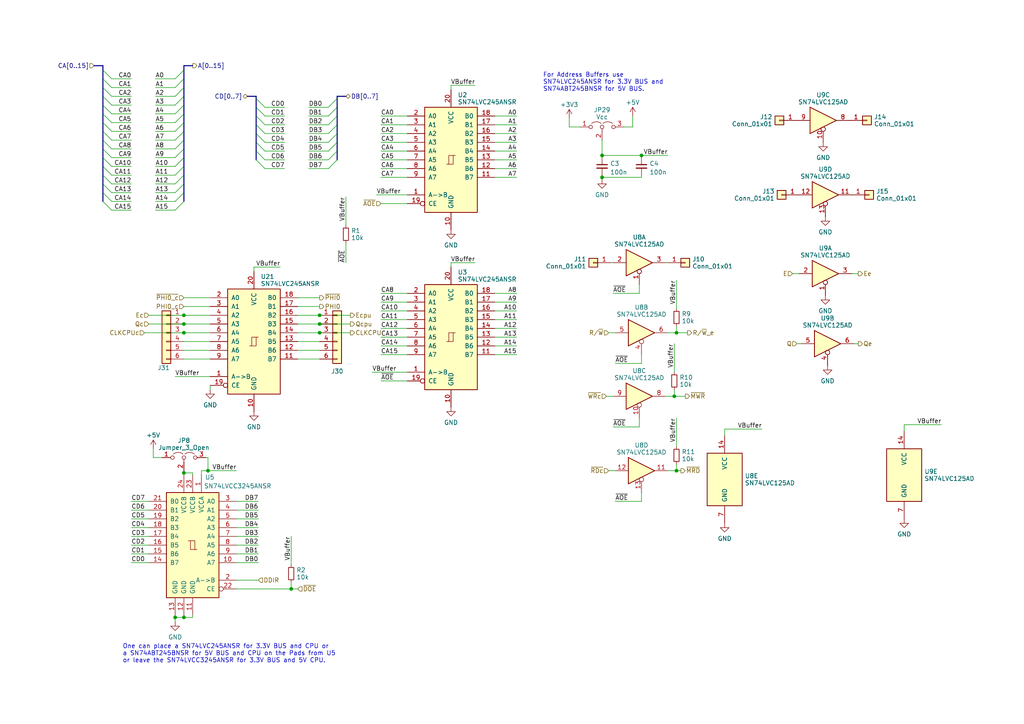
<source format=kicad_sch>
(kicad_sch (version 20231120) (generator "eeschema") (generator_version "8.0")
  (paper "A4")
  (title_block (date "2023-06-29") (rev "v1.0") (company "100% Offner") (comment 1 "v1: Initial"))
  (lib_symbols
    (symbol "74xx:74LS125" (pin_names (offset 1.016))
      (property "Reference" "U" (at 0 1.27 0))
      (property "Value" "74LS125" (at 0 -1.27 0))
      (symbol "74LS125_1_0"
        (polyline (pts (xy -3.81 3.81) (xy -3.81 -3.81) (xy 3.81 0) (xy -3.81 3.81)) (stroke (width 0.254)) (fill (type background)))
        (pin input inverted (at 0 -6.35 90) (length 4.445) (name "~") (number "1"))
        (pin input line (at -7.62 0 0) (length 3.81) (name "~") (number "2"))
        (pin tri_state line (at 7.62 0 180) (length 3.81) (name "~") (number "3"))
      )
      (symbol "74LS125_2_0"
        (polyline (pts (xy -3.81 3.81) (xy -3.81 -3.81) (xy 3.81 0) (xy -3.81 3.81)) (stroke (width 0.254)) (fill (type background)))
        (pin input inverted (at 0 -6.35 90) (length 4.445) (name "~") (number "4"))
        (pin input line (at -7.62 0 0) (length 3.81) (name "~") (number "5"))
        (pin tri_state line (at 7.62 0 180) (length 3.81) (name "~") (number "6"))
      )
      (symbol "74LS125_3_0"
        (polyline (pts (xy -3.81 3.81) (xy -3.81 -3.81) (xy 3.81 0) (xy -3.81 3.81)) (stroke (width 0.254)) (fill (type background)))
        (pin input inverted (at 0 -6.35 90) (length 4.445) (name "~") (number "10"))
        (pin tri_state line (at 7.62 0 180) (length 3.81) (name "~") (number "8"))
        (pin input line (at -7.62 0 0) (length 3.81) (name "~") (number "9"))
      )
      (symbol "74LS125_4_0"
        (polyline (pts (xy -3.81 3.81) (xy -3.81 -3.81) (xy 3.81 0) (xy -3.81 3.81)) (stroke (width 0.254)) (fill (type background)))
        (pin tri_state line (at 7.62 0 180) (length 3.81) (name "~") (number "11"))
        (pin input line (at -7.62 0 0) (length 3.81) (name "~") (number "12"))
        (pin input inverted (at 0 -6.35 90) (length 4.445) (name "~") (number "13"))
      )
      (symbol "74LS125_5_0"
        (pin power_in line (at 0 12.7 270) (length 5.08) (name "VCC") (number "14"))
        (pin power_in line (at 0 -12.7 90) (length 5.08) (name "GND") (number "7"))
      )
      (symbol "74LS125_5_1"
        (rectangle (start -5.08 7.62) (end 5.08 -7.62) (stroke (width 0.254)) (fill (type background)))
      )
    )
    (symbol "74xx:74LS245" (pin_names (offset 1.016))
      (property "Reference" "U" (at -7.62 16.51 0))
      (property "Value" "74LS245" (at -7.62 -16.51 0))
      (symbol "74LS245_1_0"
        (polyline (pts (xy -0.635 -1.27) (xy -0.635 1.27) (xy 0.635 1.27)))
        (polyline (pts (xy -1.27 -1.27) (xy 0.635 -1.27) (xy 0.635 1.27) (xy 1.27 1.27)))
        (pin input line (at -12.7 -10.16 0) (length 5.08) (name "A->B") (number "1"))
        (pin power_in line (at 0 -20.32 90) (length 5.08) (name "GND") (number "10"))
        (pin tri_state line (at 12.7 -5.08 180) (length 5.08) (name "B7") (number "11"))
        (pin tri_state line (at 12.7 -2.54 180) (length 5.08) (name "B6") (number "12"))
        (pin tri_state line (at 12.7 0 180) (length 5.08) (name "B5") (number "13"))
        (pin tri_state line (at 12.7 2.54 180) (length 5.08) (name "B4") (number "14"))
        (pin tri_state line (at 12.7 5.08 180) (length 5.08) (name "B3") (number "15"))
        (pin tri_state line (at 12.7 7.62 180) (length 5.08) (name "B2") (number "16"))
        (pin tri_state line (at 12.7 10.16 180) (length 5.08) (name "B1") (number "17"))
        (pin tri_state line (at 12.7 12.7 180) (length 5.08) (name "B0") (number "18"))
        (pin input inverted (at -12.7 -12.7 0) (length 5.08) (name "CE") (number "19"))
        (pin tri_state line (at -12.7 12.7 0) (length 5.08) (name "A0") (number "2"))
        (pin power_in line (at 0 20.32 270) (length 5.08) (name "VCC") (number "20"))
        (pin tri_state line (at -12.7 10.16 0) (length 5.08) (name "A1") (number "3"))
        (pin tri_state line (at -12.7 7.62 0) (length 5.08) (name "A2") (number "4"))
        (pin tri_state line (at -12.7 5.08 0) (length 5.08) (name "A3") (number "5"))
        (pin tri_state line (at -12.7 2.54 0) (length 5.08) (name "A4") (number "6"))
        (pin tri_state line (at -12.7 0 0) (length 5.08) (name "A5") (number "7"))
        (pin tri_state line (at -12.7 -2.54 0) (length 5.08) (name "A6") (number "8"))
        (pin tri_state line (at -12.7 -5.08 0) (length 5.08) (name "A7") (number "9"))
      )
      (symbol "74LS245_1_1"
        (rectangle (start -7.62 15.24) (end 7.62 -15.24) (stroke (width 0.254)) (fill (type background)))
      )
    )
    (symbol "Connector_Generic:Conn_01x01" (pin_names (offset 1.016) hide)
      (property "Reference" "J" (at 0 2.54 0))
      (property "Value" "Conn_01x01" (at 0 -2.54 0))
      (symbol "Conn_01x01_1_1"
        (rectangle (start -1.27 0.127) (end 0 -0.127) (stroke (width 0.1524)))
        (rectangle (start -1.27 1.27) (end 1.27 -1.27) (stroke (width 0.254)) (fill (type background)))
        (pin passive line (at -5.08 0 0) (length 3.81) (name "Pin_1") (number "1"))
      )
    )
    (symbol "Connector_Generic:Conn_01x06" (pin_names (offset 1.016) hide)
      (property "Reference" "J" (at 0 7.62 0))
      (property "Value" "Conn_01x06" (at 0 -10.16 0))
      (symbol "Conn_01x06_1_1"
        (rectangle (start -1.27 -7.493) (end 0 -7.747) (stroke (width 0.1524)))
        (rectangle (start -1.27 -4.953) (end 0 -5.207) (stroke (width 0.1524)))
        (rectangle (start -1.27 -2.413) (end 0 -2.667) (stroke (width 0.1524)))
        (rectangle (start -1.27 0.127) (end 0 -0.127) (stroke (width 0.1524)))
        (rectangle (start -1.27 2.667) (end 0 2.413) (stroke (width 0.1524)))
        (rectangle (start -1.27 5.207) (end 0 4.953) (stroke (width 0.1524)))
        (rectangle (start -1.27 6.35) (end 1.27 -8.89) (stroke (width 0.254)) (fill (type background)))
        (pin passive line (at -5.08 5.08 0) (length 3.81) (name "Pin_1") (number "1"))
        (pin passive line (at -5.08 2.54 0) (length 3.81) (name "Pin_2") (number "2"))
        (pin passive line (at -5.08 0 0) (length 3.81) (name "Pin_3") (number "3"))
        (pin passive line (at -5.08 -2.54 0) (length 3.81) (name "Pin_4") (number "4"))
        (pin passive line (at -5.08 -5.08 0) (length 3.81) (name "Pin_5") (number "5"))
        (pin passive line (at -5.08 -7.62 0) (length 3.81) (name "Pin_6") (number "6"))
      )
    )
    (symbol "Device:C_Small" (pin_numbers hide) (pin_names (offset 0.254) hide)
      (property "Reference" "C" (at 0.254 1.778 0))
      (property "Value" "C_Small" (at 0.254 -2.032 0))
      (symbol "C_Small_0_1"
        (polyline (pts (xy -1.524 -0.508) (xy 1.524 -0.508)) (stroke (width 0.3302)))
        (polyline (pts (xy -1.524 0.508) (xy 1.524 0.508)) (stroke (width 0.3048)))
      )
      (symbol "C_Small_1_1"
        (pin passive line (at 0 2.54 270) (length 2.032) (name "~") (number "1"))
        (pin passive line (at 0 -2.54 90) (length 2.032) (name "~") (number "2"))
      )
    )
    (symbol "Device:R_Small" (pin_numbers hide) (pin_names (offset 0.254) hide)
      (property "Reference" "R" (at 0.762 0.508 0))
      (property "Value" "R_Small" (at 0.762 -1.016 0))
      (symbol "R_Small_0_1"
        (rectangle (start -0.762 1.778) (end 0.762 -1.778) (stroke (width 0.2032)))
      )
      (symbol "R_Small_1_1"
        (pin passive line (at 0 2.54 270) (length 0.762) (name "~") (number "1"))
        (pin passive line (at 0 -2.54 90) (length 0.762) (name "~") (number "2"))
      )
    )
    (symbol "Jumper:Jumper_3_Open" (pin_names (offset 0) hide)
      (property "Reference" "JP" (at -2.54 -2.54 0))
      (property "Value" "Jumper_3_Open" (at 0 2.794 0))
      (symbol "Jumper_3_Open_0_0"
        (circle (center -3.302 0) (radius 0.508))
        (circle (center 0 0) (radius 0.508))
        (circle (center 3.302 0) (radius 0.508))
      )
      (symbol "Jumper_3_Open_0_1"
        (arc (start -0.254 1.016) (mid -1.651 1.4992) (end -3.048 1.016))
        (polyline (pts (xy 0 -0.508) (xy 0 -1.27)))
        (arc (start 3.048 1.016) (mid 1.651 1.4992) (end 0.254 1.016))
      )
      (symbol "Jumper_3_Open_1_1"
        (pin passive line (at -6.35 0 0) (length 2.54) (name "A") (number "1"))
        (pin passive line (at 0 -3.81 90) (length 2.54) (name "C") (number "2"))
        (pin passive line (at 6.35 0 180) (length 2.54) (name "B") (number "3"))
      )
    )
    (symbol "my_ics_new:74LVC4245" (pin_names (offset 1.016))
      (property "Reference" "U" (at -7.62 19.05 0))
      (property "Value" "74LVC4245" (at -10.16 16.51 0))
      (symbol "74LVC4245_1_0"
        (polyline (pts (xy -0.635 -1.27) (xy -0.635 1.27) (xy 0.635 1.27)))
        (polyline (pts (xy -1.27 -1.27) (xy 0.635 -1.27) (xy 0.635 1.27) (xy 1.27 1.27)))
        (pin power_in line (at -2.54 20.32 270) (length 5.08) (name "VCCA") (number "1"))
        (pin tri_state line (at -12.7 -5.08 0) (length 5.08) (name "A7") (number "10"))
        (pin power_in line (at 0 -20.32 90) (length 5.08) (name "GND") (number "11"))
        (pin power_in line (at 2.54 -20.32 90) (length 5.08) (name "GND") (number "12"))
        (pin power_in line (at 5.08 -20.32 90) (length 5.08) (name "GND") (number "13"))
        (pin tri_state line (at 12.7 -5.08 180) (length 5.08) (name "B7") (number "14"))
        (pin tri_state line (at 12.7 -2.54 180) (length 5.08) (name "B6") (number "15"))
        (pin tri_state line (at 12.7 0 180) (length 5.08) (name "B5") (number "16"))
        (pin tri_state line (at 12.7 2.54 180) (length 5.08) (name "B4") (number "17"))
        (pin tri_state line (at 12.7 5.08 180) (length 5.08) (name "B3") (number "18"))
        (pin tri_state line (at 12.7 7.62 180) (length 5.08) (name "B2") (number "19"))
        (pin input line (at -12.7 -10.16 0) (length 5.08) (name "A->B") (number "2"))
        (pin tri_state line (at 12.7 10.16 180) (length 5.08) (name "B1") (number "20"))
        (pin tri_state line (at 12.7 12.7 180) (length 5.08) (name "B0") (number "21"))
        (pin input inverted (at -12.7 -12.7 0) (length 5.08) (name "CE") (number "22"))
        (pin power_in line (at 0 20.32 270) (length 5.08) (name "VCCB") (number "23"))
        (pin power_in line (at 2.54 20.32 270) (length 5.08) (name "VCCB") (number "24"))
        (pin tri_state line (at -12.7 12.7 0) (length 5.08) (name "A0") (number "3"))
        (pin tri_state line (at -12.7 10.16 0) (length 5.08) (name "A1") (number "4"))
        (pin tri_state line (at -12.7 7.62 0) (length 5.08) (name "A2") (number "5"))
        (pin tri_state line (at -12.7 5.08 0) (length 5.08) (name "A3") (number "6"))
        (pin tri_state line (at -12.7 2.54 0) (length 5.08) (name "A4") (number "7"))
        (pin tri_state line (at -12.7 0 0) (length 5.08) (name "A5") (number "8"))
        (pin tri_state line (at -12.7 -2.54 0) (length 5.08) (name "A6") (number "9"))
      )
      (symbol "74LVC4245_1_1"
        (rectangle (start -7.62 15.24) (end 7.62 -15.24) (stroke (width 0.254)) (fill (type background)))
      )
    )
    (symbol "power:+3V3" (power) (pin_names (offset 0))
      (property "Value" "+3V3" (at 0 3.556 0))
      (symbol "+3V3_0_1"
        (polyline (pts (xy -0.762 1.27) (xy 0 2.54)))
        (polyline (pts (xy 0 0) (xy 0 2.54)))
        (polyline (pts (xy 0 2.54) (xy 0.762 1.27)))
      )
      (symbol "+3V3_1_1"
        (pin power_in line (at 0 0 90) (length 0) hide (name "+3V3") (number "1"))
      )
    )
    (symbol "power:+5V" (power) (pin_names (offset 0))
      (property "Value" "+5V" (at 0 3.556 0))
      (symbol "+5V_0_1"
        (polyline (pts (xy -0.762 1.27) (xy 0 2.54)))
        (polyline (pts (xy 0 0) (xy 0 2.54)))
        (polyline (pts (xy 0 2.54) (xy 0.762 1.27)))
      )
      (symbol "+5V_1_1"
        (pin power_in line (at 0 0 90) (length 0) hide (name "+5V") (number "1"))
      )
    )
    (symbol "power:GND" (power) (pin_names (offset 0))
      (property "Value" "GND" (at 0 -3.81 0))
      (symbol "GND_0_1"
        (polyline (pts (xy 0 0) (xy 0 -1.27) (xy 1.27 -1.27) (xy 0 -2.54) (xy -1.27 -1.27) (xy 0 -1.27)))
      )
      (symbol "GND_1_1"
        (pin power_in line (at 0 0 270) (length 0) hide (name "GND") (number "1"))
      )
    )
  )
  (junction (at 53.34 137.16))
  (junction (at 195.58 114.935))
  (junction (at 84.455 170.815))
  (junction (at 92.71 93.98))
  (junction (at 53.34 96.52))
  (junction (at 174.625 51.435))
  (junction (at 196.215 96.52))
  (junction (at 92.71 96.52))
  (junction (at 186.055 45.085))
  (junction (at 53.34 91.44))
  (junction (at 196.215 136.525))
  (junction (at 53.34 179.07))
  (junction (at 60.325 136.525))
  (junction (at 50.8 179.07))
  (junction (at 53.34 93.98))
  (junction (at 92.71 91.44))
  (junction (at 174.625 45.085))
  (bus_entry (at 53.34 22.86) (size -2.54 2.54))
  (bus_entry (at 53.34 53.34) (size -2.54 2.54))
  (bus_entry (at 53.34 25.4) (size -2.54 2.54))
  (bus_entry (at 53.34 43.18) (size -2.54 2.54))
  (bus_entry (at 29.845 53.34) (size 2.54 2.54))
  (bus_entry (at 29.845 22.86) (size 2.54 2.54))
  (bus_entry (at 29.845 45.72) (size 2.54 2.54))
  (bus_entry (at 29.845 27.94) (size 2.54 2.54))
  (bus_entry (at 74.295 41.275) (size 2.54 2.54))
  (bus_entry (at 29.845 30.48) (size 2.54 2.54))
  (bus_entry (at 29.845 58.42) (size 2.54 2.54))
  (bus_entry (at 74.295 36.195) (size 2.54 2.54))
  (bus_entry (at 74.295 38.735) (size 2.54 2.54))
  (bus_entry (at 29.845 55.88) (size 2.54 2.54))
  (bus_entry (at 74.295 43.815) (size 2.54 2.54))
  (bus_entry (at 53.34 40.64) (size -2.54 2.54))
  (bus_entry (at 53.34 55.88) (size -2.54 2.54))
  (bus_entry (at 97.79 28.575) (size -2.54 2.54))
  (bus_entry (at 74.295 28.575) (size 2.54 2.54))
  (bus_entry (at 29.845 50.8) (size 2.54 2.54))
  (bus_entry (at 53.34 30.48) (size -2.54 2.54))
  (bus_entry (at 29.845 48.26) (size 2.54 2.54))
  (bus_entry (at 53.34 38.1) (size -2.54 2.54))
  (bus_entry (at 53.34 45.72) (size -2.54 2.54))
  (bus_entry (at 53.34 33.02) (size -2.54 2.54))
  (bus_entry (at 53.34 58.42) (size -2.54 2.54))
  (bus_entry (at 53.34 35.56) (size -2.54 2.54))
  (bus_entry (at 53.34 20.32) (size -2.54 2.54))
  (bus_entry (at 74.295 46.355) (size 2.54 2.54))
  (bus_entry (at 74.295 31.115) (size 2.54 2.54))
  (bus_entry (at 74.295 33.655) (size 2.54 2.54))
  (bus_entry (at 97.79 31.115) (size -2.54 2.54))
  (bus_entry (at 53.34 50.8) (size -2.54 2.54))
  (bus_entry (at 29.845 38.1) (size 2.54 2.54))
  (bus_entry (at 29.845 43.18) (size 2.54 2.54))
  (bus_entry (at 29.845 25.4) (size 2.54 2.54))
  (bus_entry (at 53.34 27.94) (size -2.54 2.54))
  (bus_entry (at 97.79 36.195) (size -2.54 2.54))
  (bus_entry (at 53.34 48.26) (size -2.54 2.54))
  (bus_entry (at 97.79 43.815) (size -2.54 2.54))
  (bus_entry (at 29.845 35.56) (size 2.54 2.54))
  (bus_entry (at 97.79 46.355) (size -2.54 2.54))
  (bus_entry (at 29.845 20.32) (size 2.54 2.54))
  (bus_entry (at 97.79 41.275) (size -2.54 2.54))
  (bus_entry (at 29.845 40.64) (size 2.54 2.54))
  (bus_entry (at 97.79 33.655) (size -2.54 2.54))
  (bus_entry (at 29.845 33.02) (size 2.54 2.54))
  (bus_entry (at 97.79 38.735) (size -2.54 2.54))
  (wire (pts (xy 89.535 36.195) (xy 95.25 36.195)))
  (wire (pts (xy 143.51 95.25) (xy 149.86 95.25)))
  (wire (pts (xy 110.49 41.275) (xy 118.11 41.275)))
  (bus (pts (xy 29.845 50.8) (xy 29.845 48.26)))
  (bus (pts (xy 97.79 43.815) (xy 97.79 41.275)))
  (wire (pts (xy 74.93 147.955) (xy 68.58 147.955)))
  (bus (pts (xy 29.845 48.26) (xy 29.845 45.72)))
  (wire (pts (xy 110.49 90.17) (xy 118.11 90.17)))
  (wire (pts (xy 86.36 96.52) (xy 92.71 96.52)))
  (bus (pts (xy 97.79 41.275) (xy 97.79 38.735)))
  (wire (pts (xy 89.535 48.895) (xy 95.25 48.895)))
  (wire (pts (xy 89.535 31.115) (xy 95.25 31.115)))
  (wire (pts (xy 50.8 109.22) (xy 60.96 109.22)))
  (wire (pts (xy 60.325 136.525) (xy 58.42 136.525)))
  (bus (pts (xy 53.34 33.02) (xy 53.34 30.48)))
  (wire (pts (xy 45.085 30.48) (xy 50.8 30.48)))
  (bus (pts (xy 53.34 38.1) (xy 53.34 35.56)))
  (wire (pts (xy 89.535 38.735) (xy 95.25 38.735)))
  (wire (pts (xy 143.51 43.815) (xy 149.86 43.815)))
  (bus (pts (xy 29.845 38.1) (xy 29.845 35.56)))
  (wire (pts (xy 110.49 48.895) (xy 118.11 48.895)))
  (wire (pts (xy 195.58 113.03) (xy 195.58 114.935)))
  (wire (pts (xy 38.1 38.1) (xy 32.385 38.1)))
  (bus (pts (xy 53.34 30.48) (xy 53.34 27.94)))
  (wire (pts (xy 68.58 136.525) (xy 60.325 136.525)))
  (wire (pts (xy 89.535 33.655) (xy 95.25 33.655)))
  (wire (pts (xy 110.49 43.815) (xy 118.11 43.815)))
  (wire (pts (xy 100.33 57.15) (xy 100.33 65.405)))
  (wire (pts (xy 45.085 27.94) (xy 50.8 27.94)))
  (wire (pts (xy 185.42 85.09) (xy 185.42 82.55)))
  (wire (pts (xy 178.435 145.415) (xy 186.055 145.415)))
  (wire (pts (xy 110.49 110.49) (xy 118.11 110.49)))
  (wire (pts (xy 43.18 153.035) (xy 38.1 153.035)))
  (wire (pts (xy 82.55 41.275) (xy 76.835 41.275)))
  (wire (pts (xy 38.1 50.8) (xy 32.385 50.8)))
  (bus (pts (xy 53.34 45.72) (xy 53.34 43.18)))
  (wire (pts (xy 86.36 91.44) (xy 92.71 91.44)))
  (wire (pts (xy 92.71 93.98) (xy 101.6 93.98)))
  (wire (pts (xy 43.18 147.955) (xy 38.1 147.955)))
  (wire (pts (xy 143.51 48.895) (xy 149.86 48.895)))
  (wire (pts (xy 53.34 179.07) (xy 55.88 179.07)))
  (bus (pts (xy 74.295 38.735) (xy 74.295 36.195)))
  (wire (pts (xy 82.55 48.895) (xy 76.835 48.895)))
  (wire (pts (xy 53.34 93.98) (xy 60.96 93.98)))
  (wire (pts (xy 186.055 45.085) (xy 193.675 45.085)))
  (wire (pts (xy 53.34 86.36) (xy 60.96 86.36)))
  (wire (pts (xy 38.1 30.48) (xy 32.385 30.48)))
  (wire (pts (xy 38.1 55.88) (xy 32.385 55.88)))
  (wire (pts (xy 82.55 38.735) (xy 76.835 38.735)))
  (wire (pts (xy 60.325 132.715) (xy 60.325 136.525)))
  (wire (pts (xy 174.625 52.07) (xy 174.625 51.435)))
  (wire (pts (xy 43.18 145.415) (xy 38.1 145.415)))
  (wire (pts (xy 45.085 53.34) (xy 50.8 53.34)))
  (bus (pts (xy 53.34 22.86) (xy 53.34 20.32)))
  (wire (pts (xy 86.36 170.815) (xy 84.455 170.815)))
  (bus (pts (xy 53.34 25.4) (xy 53.34 22.86)))
  (wire (pts (xy 73.66 77.47) (xy 81.28 77.47)))
  (wire (pts (xy 110.49 33.655) (xy 118.11 33.655)))
  (bus (pts (xy 53.34 27.94) (xy 53.34 25.4)))
  (wire (pts (xy 168.275 36.83) (xy 165.1 36.83)))
  (wire (pts (xy 86.36 99.06) (xy 92.71 99.06)))
  (wire (pts (xy 45.085 60.96) (xy 50.8 60.96)))
  (wire (pts (xy 41.91 96.52) (xy 53.34 96.52)))
  (wire (pts (xy 74.93 155.575) (xy 68.58 155.575)))
  (bus (pts (xy 29.845 35.56) (xy 29.845 33.02)))
  (wire (pts (xy 38.1 35.56) (xy 32.385 35.56)))
  (wire (pts (xy 45.085 25.4) (xy 50.8 25.4)))
  (bus (pts (xy 29.845 19.05) (xy 27.305 19.05)))
  (bus (pts (xy 53.34 20.32) (xy 53.34 19.05)))
  (wire (pts (xy 89.535 46.355) (xy 95.25 46.355)))
  (bus (pts (xy 74.295 27.94) (xy 71.755 27.94)))
  (wire (pts (xy 109.22 56.515) (xy 118.11 56.515)))
  (bus (pts (xy 97.79 27.94) (xy 100.33 27.94)))
  (wire (pts (xy 110.49 51.435) (xy 118.11 51.435)))
  (bus (pts (xy 97.79 36.195) (xy 97.79 33.655)))
  (bus (pts (xy 29.845 30.48) (xy 29.845 27.94)))
  (wire (pts (xy 177.8 123.825) (xy 185.42 123.825)))
  (wire (pts (xy 110.49 100.33) (xy 118.11 100.33)))
  (wire (pts (xy 45.085 22.86) (xy 50.8 22.86)))
  (bus (pts (xy 29.845 40.64) (xy 29.845 38.1)))
  (wire (pts (xy 143.51 87.63) (xy 149.86 87.63)))
  (wire (pts (xy 110.49 36.195) (xy 118.11 36.195)))
  (wire (pts (xy 193.675 136.525) (xy 196.215 136.525)))
  (wire (pts (xy 247.015 79.375) (xy 248.92 79.375)))
  (wire (pts (xy 53.34 101.6) (xy 60.96 101.6)))
  (wire (pts (xy 38.1 60.96) (xy 32.385 60.96)))
  (wire (pts (xy 110.49 92.71) (xy 118.11 92.71)))
  (wire (pts (xy 45.085 35.56) (xy 50.8 35.56)))
  (wire (pts (xy 100.33 70.485) (xy 100.33 76.2)))
  (wire (pts (xy 38.1 33.02) (xy 32.385 33.02)))
  (wire (pts (xy 74.93 163.195) (xy 68.58 163.195)))
  (wire (pts (xy 196.215 94.615) (xy 196.215 96.52)))
  (wire (pts (xy 43.18 158.115) (xy 38.1 158.115)))
  (bus (pts (xy 53.34 50.8) (xy 53.34 48.26)))
  (wire (pts (xy 58.42 136.525) (xy 58.42 137.795)))
  (wire (pts (xy 92.71 91.44) (xy 101.6 91.44)))
  (wire (pts (xy 143.51 38.735) (xy 149.86 38.735)))
  (wire (pts (xy 38.1 48.26) (xy 32.385 48.26)))
  (wire (pts (xy 45.085 58.42) (xy 50.8 58.42)))
  (wire (pts (xy 143.51 51.435) (xy 149.86 51.435)))
  (bus (pts (xy 29.845 43.18) (xy 29.845 40.64)))
  (bus (pts (xy 29.845 53.34) (xy 29.845 50.8)))
  (bus (pts (xy 29.845 58.42) (xy 29.845 55.88)))
  (wire (pts (xy 174.625 40.64) (xy 174.625 45.085)))
  (wire (pts (xy 174.625 51.435) (xy 174.625 50.8)))
  (wire (pts (xy 143.51 46.355) (xy 149.86 46.355)))
  (wire (pts (xy 45.085 50.8) (xy 50.8 50.8)))
  (wire (pts (xy 59.69 132.715) (xy 60.325 132.715)))
  (wire (pts (xy 229.87 79.375) (xy 231.775 79.375)))
  (wire (pts (xy 38.1 22.86) (xy 32.385 22.86)))
  (wire (pts (xy 110.49 46.355) (xy 118.11 46.355)))
  (wire (pts (xy 196.215 134.62) (xy 196.215 136.525)))
  (bus (pts (xy 97.79 33.655) (xy 97.79 31.115)))
  (bus (pts (xy 29.845 25.4) (xy 29.845 22.86)))
  (wire (pts (xy 86.36 93.98) (xy 92.71 93.98)))
  (wire (pts (xy 143.51 90.17) (xy 149.86 90.17)))
  (wire (pts (xy 177.165 76.2) (xy 177.8 76.2)))
  (bus (pts (xy 97.79 28.575) (xy 97.79 27.94)))
  (wire (pts (xy 53.34 99.06) (xy 60.96 99.06)))
  (wire (pts (xy 43.18 163.195) (xy 38.1 163.195)))
  (bus (pts (xy 97.79 38.735) (xy 97.79 36.195)))
  (wire (pts (xy 174.625 45.085) (xy 174.625 45.72)))
  (wire (pts (xy 84.455 168.91) (xy 84.455 170.815)))
  (bus (pts (xy 29.845 22.86) (xy 29.845 20.32)))
  (wire (pts (xy 53.34 88.9) (xy 60.96 88.9)))
  (wire (pts (xy 186.055 45.085) (xy 186.055 45.72)))
  (bus (pts (xy 29.845 33.02) (xy 29.845 30.48)))
  (wire (pts (xy 143.51 41.275) (xy 149.86 41.275)))
  (bus (pts (xy 29.845 55.88) (xy 29.845 53.34)))
  (bus (pts (xy 29.845 20.32) (xy 29.845 19.05)))
  (bus (pts (xy 53.34 35.56) (xy 53.34 33.02)))
  (wire (pts (xy 50.8 180.34) (xy 50.8 179.07)))
  (wire (pts (xy 210.185 126.365) (xy 210.185 124.46)))
  (bus (pts (xy 74.295 33.655) (xy 74.295 31.115)))
  (wire (pts (xy 92.71 96.52) (xy 101.6 96.52)))
  (wire (pts (xy 130.81 76.2) (xy 137.795 76.2)))
  (wire (pts (xy 174.625 45.085) (xy 186.055 45.085)))
  (wire (pts (xy 178.435 105.41) (xy 186.055 105.41)))
  (wire (pts (xy 86.36 86.36) (xy 92.71 86.36)))
  (wire (pts (xy 231.14 99.695) (xy 232.41 99.695)))
  (wire (pts (xy 186.055 51.435) (xy 186.055 50.8)))
  (wire (pts (xy 82.55 46.355) (xy 76.835 46.355)))
  (wire (pts (xy 38.1 25.4) (xy 32.385 25.4)))
  (wire (pts (xy 248.92 99.695) (xy 247.65 99.695)))
  (wire (pts (xy 82.55 43.815) (xy 76.835 43.815)))
  (wire (pts (xy 196.215 81.28) (xy 196.215 89.535)))
  (wire (pts (xy 82.55 36.195) (xy 76.835 36.195)))
  (wire (pts (xy 43.18 93.98) (xy 53.34 93.98)))
  (wire (pts (xy 262.255 125.095) (xy 262.255 123.19)))
  (wire (pts (xy 38.1 45.72) (xy 32.385 45.72)))
  (bus (pts (xy 53.34 19.05) (xy 55.88 19.05)))
  (wire (pts (xy 68.58 170.815) (xy 84.455 170.815)))
  (bus (pts (xy 74.295 31.115) (xy 74.295 28.575)))
  (wire (pts (xy 45.085 40.64) (xy 50.8 40.64)))
  (wire (pts (xy 143.51 102.87) (xy 149.86 102.87)))
  (wire (pts (xy 45.085 48.26) (xy 50.8 48.26)))
  (wire (pts (xy 107.95 107.95) (xy 118.11 107.95)))
  (wire (pts (xy 38.1 58.42) (xy 32.385 58.42)))
  (bus (pts (xy 53.34 58.42) (xy 53.34 55.88)))
  (bus (pts (xy 74.295 28.575) (xy 74.295 27.94)))
  (wire (pts (xy 45.085 55.88) (xy 50.8 55.88)))
  (wire (pts (xy 82.55 33.655) (xy 76.835 33.655)))
  (bus (pts (xy 74.295 41.275) (xy 74.295 38.735)))
  (wire (pts (xy 183.515 36.83) (xy 180.975 36.83)))
  (wire (pts (xy 84.455 155.575) (xy 84.455 163.83)))
  (wire (pts (xy 60.96 113.03) (xy 60.96 111.76)))
  (bus (pts (xy 97.79 46.355) (xy 97.79 43.815)))
  (wire (pts (xy 53.34 137.16) (xy 53.34 137.795)))
  (wire (pts (xy 176.53 136.525) (xy 178.435 136.525)))
  (wire (pts (xy 53.34 179.07) (xy 53.34 178.435)))
  (wire (pts (xy 53.34 137.16) (xy 55.88 137.16)))
  (wire (pts (xy 185.42 123.825) (xy 185.42 121.285)))
  (wire (pts (xy 89.535 43.815) (xy 95.25 43.815)))
  (bus (pts (xy 53.34 43.18) (xy 53.34 40.64)))
  (wire (pts (xy 89.535 41.275) (xy 95.25 41.275)))
  (bus (pts (xy 53.34 55.88) (xy 53.34 53.34)))
  (wire (pts (xy 74.93 168.275) (xy 68.58 168.275)))
  (bus (pts (xy 29.845 45.72) (xy 29.845 43.18)))
  (wire (pts (xy 38.1 53.34) (xy 32.385 53.34)))
  (wire (pts (xy 43.18 91.44) (xy 53.34 91.44)))
  (wire (pts (xy 38.1 43.18) (xy 32.385 43.18)))
  (wire (pts (xy 53.34 91.44) (xy 60.96 91.44)))
  (bus (pts (xy 74.295 36.195) (xy 74.295 33.655)))
  (wire (pts (xy 110.49 87.63) (xy 118.11 87.63)))
  (bus (pts (xy 29.845 27.94) (xy 29.845 25.4)))
  (wire (pts (xy 186.055 105.41) (xy 186.055 102.87)))
  (wire (pts (xy 44.45 130.175) (xy 44.45 132.715)))
  (wire (pts (xy 50.8 179.07) (xy 53.34 179.07)))
  (wire (pts (xy 74.93 150.495) (xy 68.58 150.495)))
  (wire (pts (xy 143.51 100.33) (xy 149.86 100.33)))
  (wire (pts (xy 196.215 96.52) (xy 199.39 96.52)))
  (wire (pts (xy 143.51 92.71) (xy 149.86 92.71)))
  (wire (pts (xy 45.085 38.1) (xy 50.8 38.1)))
  (wire (pts (xy 50.8 179.07) (xy 50.8 178.435)))
  (wire (pts (xy 74.93 160.655) (xy 68.58 160.655)))
  (wire (pts (xy 73.66 77.47) (xy 73.66 78.74)))
  (wire (pts (xy 130.81 24.765) (xy 130.81 26.035)))
  (wire (pts (xy 130.81 76.2) (xy 130.81 77.47)))
  (wire (pts (xy 195.58 99.695) (xy 195.58 107.95)))
  (wire (pts (xy 143.51 36.195) (xy 149.86 36.195)))
  (wire (pts (xy 196.215 121.285) (xy 196.215 129.54)))
  (bus (pts (xy 53.34 53.34) (xy 53.34 50.8)))
  (wire (pts (xy 193.04 114.935) (xy 195.58 114.935)))
  (wire (pts (xy 174.625 51.435) (xy 186.055 51.435)))
  (wire (pts (xy 193.675 96.52) (xy 196.215 96.52)))
  (wire (pts (xy 110.49 85.09) (xy 118.11 85.09)))
  (bus (pts (xy 53.34 40.64) (xy 53.34 38.1)))
  (wire (pts (xy 177.8 85.09) (xy 185.42 85.09)))
  (wire (pts (xy 110.49 102.87) (xy 118.11 102.87)))
  (wire (pts (xy 110.49 97.79) (xy 118.11 97.79)))
  (wire (pts (xy 110.49 59.055) (xy 118.11 59.055)))
  (wire (pts (xy 186.055 145.415) (xy 186.055 142.875)))
  (bus (pts (xy 74.295 46.355) (xy 74.295 43.815)))
  (wire (pts (xy 176.53 96.52) (xy 178.435 96.52)))
  (wire (pts (xy 86.36 101.6) (xy 92.71 101.6)))
  (wire (pts (xy 43.18 160.655) (xy 38.1 160.655)))
  (wire (pts (xy 74.93 158.115) (xy 68.58 158.115)))
  (wire (pts (xy 210.185 124.46) (xy 220.98 124.46)))
  (wire (pts (xy 53.34 136.525) (xy 53.34 137.16)))
  (wire (pts (xy 130.81 24.765) (xy 137.795 24.765)))
  (wire (pts (xy 43.18 150.495) (xy 38.1 150.495)))
  (wire (pts (xy 86.36 104.14) (xy 92.71 104.14)))
  (wire (pts (xy 193.04 76.2) (xy 193.675 76.2)))
  (wire (pts (xy 143.51 33.655) (xy 149.86 33.655)))
  (wire (pts (xy 86.36 88.9) (xy 92.71 88.9)))
  (wire (pts (xy 53.34 96.52) (xy 60.96 96.52)))
  (wire (pts (xy 262.255 123.19) (xy 273.05 123.19)))
  (wire (pts (xy 110.49 95.25) (xy 118.11 95.25)))
  (wire (pts (xy 143.51 97.79) (xy 149.86 97.79)))
  (wire (pts (xy 38.1 27.94) (xy 32.385 27.94)))
  (wire (pts (xy 45.085 45.72) (xy 50.8 45.72)))
  (wire (pts (xy 183.515 33.655) (xy 183.515 36.83)))
  (bus (pts (xy 74.295 43.815) (xy 74.295 41.275)))
  (wire (pts (xy 43.18 155.575) (xy 38.1 155.575)))
  (wire (pts (xy 195.58 114.935) (xy 198.755 114.935)))
  (wire (pts (xy 45.085 43.18) (xy 50.8 43.18)))
  (wire (pts (xy 143.51 85.09) (xy 149.86 85.09)))
  (wire (pts (xy 55.88 179.07) (xy 55.88 178.435)))
  (wire (pts (xy 55.88 137.16) (xy 55.88 137.795)))
  (wire (pts (xy 53.34 104.14) (xy 60.96 104.14)))
  (wire (pts (xy 82.55 31.115) (xy 76.835 31.115)))
  (wire (pts (xy 196.215 136.525) (xy 197.485 136.525)))
  (wire (pts (xy 74.93 145.415) (xy 68.58 145.415)))
  (wire (pts (xy 165.1 34.29) (xy 165.1 36.83)))
  (bus (pts (xy 97.79 31.115) (xy 97.79 28.575)))
  (wire (pts (xy 74.93 153.035) (xy 68.58 153.035)))
  (wire (pts (xy 38.1 40.64) (xy 32.385 40.64)))
  (bus (pts (xy 53.34 48.26) (xy 53.34 45.72)))
  (wire (pts (xy 44.45 132.715) (xy 46.99 132.715)))
  (wire (pts (xy 45.085 33.02) (xy 50.8 33.02)))
  (wire (pts (xy 175.895 114.935) (xy 177.8 114.935)))
  (wire (pts (xy 110.49 38.735) (xy 118.11 38.735)))
  (text "One can place a SN74LVC245ANSR for 3.3V BUS and CPU or\na SN74ABT245BNSR for 5V BUS and CPU on the Pads from U5\nor leave the SN74LVCC3245ANSR for 3.3V BUS and 5V CPU.\n" (at 35.56 192.405 0) (effects (font (size 1.27 1.27)) (justify left bottom)))
  (text "For Address Buffers use \nSN74LVC245ANSR for 3.3V BUS and\nSN74ABT245BNSR for 5V BUS." (at 157.48 26.67 0) (effects (font (size 1.27 1.27)) (justify left bottom)))
  (label "CA9" (at 110.49 87.63 0))
  (label "CA8" (at 38.1 43.18 180))
  (label "A5" (at 45.085 35.56 0))
  (label "DB7" (at 74.93 145.415 180))
  (label "CD2" (at 82.55 36.195 180))
  (label "VBuffer" (at 137.795 76.2 180))
  (label "DB2" (at 89.535 36.195 0))
  (label "A14" (at 45.085 58.42 0))
  (label "A11" (at 45.085 50.8 0))
  (label "CD3" (at 82.55 38.735 180))
  (label "CD2" (at 38.1 158.115 0))
  (label "CD6" (at 82.55 46.355 180))
  (label "DB5" (at 74.93 150.495 180))
  (label "A14" (at 149.86 100.33 180))
  (label "A2" (at 45.085 27.94 0))
  (label "A7" (at 45.085 40.64 0))
  (label "A15" (at 45.085 60.96 0))
  (label "CA5" (at 110.49 46.355 0))
  (label "DB3" (at 89.535 38.735 0))
  (label "CA3" (at 110.49 41.275 0))
  (label "A13" (at 149.86 97.79 180))
  (label "DB5" (at 89.535 43.815 0))
  (label "VBuffer" (at 109.22 56.515 0))
  (label "DB6" (at 74.93 147.955 180))
  (label "DB4" (at 74.93 153.035 180))
  (label "A1" (at 45.085 25.4 0))
  (label "CD6" (at 38.1 147.955 0))
  (label "A8" (at 45.085 43.18 0))
  (label "A8" (at 149.86 85.09 180))
  (label "~{AOE}" (at 178.435 145.415 0))
  (label "CA2" (at 38.1 27.94 180))
  (label "~{AOE}" (at 177.8 85.09 0))
  (label "CD0" (at 82.55 31.115 180))
  (label "~{AOE}" (at 178.435 105.41 0))
  (label "VBuffer" (at 81.28 77.47 180))
  (label "CA1" (at 38.1 25.4 180))
  (label "A9" (at 149.86 87.63 180))
  (label "A5" (at 149.86 46.355 180))
  (label "DB1" (at 74.93 160.655 180))
  (label "CA8" (at 110.49 85.09 0))
  (label "~{AOE}" (at 177.8 123.825 0))
  (label "DB1" (at 89.535 33.655 0))
  (label "CA1" (at 110.49 36.195 0))
  (label "CD5" (at 38.1 150.495 0))
  (label "DB3" (at 74.93 155.575 180))
  (label "CD7" (at 82.55 48.895 180))
  (label "A4" (at 45.085 33.02 0))
  (label "DB0" (at 89.535 31.115 0))
  (label "DB6" (at 89.535 46.355 0))
  (label "CA6" (at 110.49 48.895 0))
  (label "CA7" (at 110.49 51.435 0))
  (label "A7" (at 149.86 51.435 180))
  (label "CA14" (at 38.1 58.42 180))
  (label "CD4" (at 82.55 41.275 180))
  (label "A6" (at 149.86 48.895 180))
  (label "A6" (at 45.085 38.1 0))
  (label "CA10" (at 110.49 90.17 0))
  (label "CA5" (at 38.1 35.56 180))
  (label "CA9" (at 38.1 45.72 180))
  (label "A9" (at 45.085 45.72 0))
  (label "CD1" (at 82.55 33.655 180))
  (label "CA10" (at 38.1 48.26 180))
  (label "A1" (at 149.86 36.195 180))
  (label "VBuffer" (at 273.05 123.19 180))
  (label "A12" (at 45.085 53.34 0))
  (label "~{AOE}" (at 110.49 110.49 0))
  (label "A10" (at 149.86 90.17 180))
  (label "CD0" (at 38.1 163.195 0))
  (label "CA4" (at 38.1 33.02 180))
  (label "CA12" (at 38.1 53.34 180))
  (label "DB7" (at 89.535 48.895 0))
  (label "A12" (at 149.86 95.25 180))
  (label "CD3" (at 38.1 155.575 0))
  (label "VBuffer" (at 107.95 107.95 0))
  (label "A4" (at 149.86 43.815 180))
  (label "CA12" (at 110.49 95.25 0))
  (label "CA11" (at 110.49 92.71 0))
  (label "VBuffer" (at 193.675 45.085 180))
  (label "CA2" (at 110.49 38.735 0))
  (label "A3" (at 45.085 30.48 0))
  (label "A2" (at 149.86 38.735 180))
  (label "VBuffer" (at 220.98 124.46 180))
  (label "CA3" (at 38.1 30.48 180))
  (label "A10" (at 45.085 48.26 0))
  (label "CA6" (at 38.1 38.1 180))
  (label "VBuffer" (at 196.215 81.28 270))
  (label "VBuffer" (at 195.58 99.695 270))
  (label "VBuffer" (at 68.58 136.525 180))
  (label "A15" (at 149.86 102.87 180))
  (label "CA0" (at 38.1 22.86 180))
  (label "VBuffer" (at 50.8 109.22 0))
  (label "DB4" (at 89.535 41.275 0))
  (label "CA14" (at 110.49 100.33 0))
  (label "CD7" (at 38.1 145.415 0))
  (label "VBuffer" (at 100.33 57.15 270))
  (label "A3" (at 149.86 41.275 180))
  (label "A13" (at 45.085 55.88 0))
  (label "CD1" (at 38.1 160.655 0))
  (label "A0" (at 45.085 22.86 0))
  (label "CA15" (at 110.49 102.87 0))
  (label "A11" (at 149.86 92.71 180))
  (label "A0" (at 149.86 33.655 180))
  (label "VBuffer" (at 196.215 121.285 270))
  (label "VBuffer" (at 84.455 155.575 270))
  (label "CA4" (at 110.49 43.815 0))
  (label "CD4" (at 38.1 153.035 0))
  (label "VBuffer" (at 137.795 24.765 180))
  (label "CD5" (at 82.55 43.815 180))
  (label "CA13" (at 38.1 55.88 180))
  (label "DB0" (at 74.93 163.195 180))
  (label "CA11" (at 38.1 50.8 180))
  (label "CA7" (at 38.1 40.64 180))
  (label "CA0" (at 110.49 33.655 0))
  (label "~{AOE}" (at 100.33 76.2 90))
  (label "CA15" (at 38.1 60.96 180))
  (label "DB2" (at 74.93 158.115 180))
  (label "CA13" (at 110.49 97.79 0))
  (hierarchical_label "R{slash}~{W}_e" (shape output) (at 199.39 96.52 0))
  (hierarchical_label "Qcpu" (shape output) (at 101.6 93.98 0))
  (hierarchical_label "CD[0..7]" (shape bidirectional) (at 71.755 27.94 180))
  (hierarchical_label "DDIR" (shape input) (at 74.93 168.275 0))
  (hierarchical_label "~{MWR}" (shape output) (at 198.755 114.935 0))
  (hierarchical_label "CLKCPU" (shape output) (at 101.6 96.52 0))
  (hierarchical_label "Ecpu" (shape output) (at 101.6 91.44 0))
  (hierarchical_label "DB[0..7]" (shape bidirectional) (at 100.33 27.94 0))
  (hierarchical_label "A[0..15]" (shape output) (at 55.88 19.05 0))
  (hierarchical_label "PHI0" (shape output) (at 92.71 88.9 0))
  (hierarchical_label "~{MRD}" (shape output) (at 197.485 136.525 0))
  (hierarchical_label "~{AOE}" (shape input) (at 110.49 59.055 180))
  (hierarchical_label "R{slash}~{W}" (shape input) (at 176.53 96.52 180))
  (hierarchical_label "Ec" (shape input) (at 43.18 91.44 180))
  (hierarchical_label "Q" (shape input) (at 231.14 99.695 180))
  (hierarchical_label "E" (shape input) (at 229.87 79.375 180))
  (hierarchical_label "Qe" (shape output) (at 248.92 99.695 0))
  (hierarchical_label "CA[0..15]" (shape input) (at 27.305 19.05 180))
  (hierarchical_label "Ee" (shape output) (at 248.92 79.375 0))
  (hierarchical_label "~{WRc}" (shape input) (at 175.895 114.935 180))
  (hierarchical_label "CLKCPUc" (shape input) (at 41.91 96.52 180))
  (hierarchical_label "~{RDc}" (shape input) (at 176.53 136.525 180))
  (hierarchical_label "~{DOE}" (shape input) (at 86.36 170.815 0))
  (hierarchical_label "Qc" (shape input) (at 43.18 93.98 180))
  (hierarchical_label "PHI0_c" (shape input) (at 53.34 88.9 180))
  (hierarchical_label "~{PHI0_c}" (shape input) (at 53.34 86.36 180))
  (hierarchical_label "~{PHI0}" (shape output) (at 92.71 86.36 0))
  (symbol (lib_id "Connector_Generic:Conn_01x01") (at 198.755 76.2 0) (unit 1) (in_bom no)
    (property "Reference" "J10" (at 200.787 75.176 0) (effects (justify left)))
    (property "Value" "Conn_01x01" (at 200.787 77.224 0) (effects (justify left)))
    (property "Footprint" "Connector_PinHeader_1.27mm:PinHeader_1x01_P1.27mm_Vertical" (effects (hide yes)))
  )
  (symbol (lib_id "74xx:74LS245") (at 73.66 99.06 0) (unit 1)
    (property "Reference" "U21" (at 75.6159 80.24 0) (effects (justify left)))
    (property "Value" "SN74LVC245ANSR" (at 75.6159 82.288 0) (effects (justify left)))
    (property "Footprint" "Package_SO:SO-20_5.3x12.6mm_P1.27mm" (effects (hide yes)))
    (property "Datasheet" "http://www.ti.com/lit/gpn/sn74LS245" (effects (hide yes)))
  )
  (symbol (lib_id "74xx:74LS125") (at 239.395 56.515 0) (unit 4)
    (property "Reference" "U9" (at 239.395 49.125 0))
    (property "Value" "SN74LVC125AD" (at 239.395 51.173 0))
    (property "Footprint" "Package_SO:SOIC-14_3.9x8.7mm_P1.27mm" (effects (hide yes)))
    (property "Datasheet" "http://www.ti.com/lit/gpn/sn74LS125" (effects (hide yes)))
  )
  (symbol (lib_id "Connector_Generic:Conn_01x06") (at 97.79 96.52 0) (unit 1) (in_bom no)
    (property "Reference" "J30" (at 96.012 107.696 0) (effects (justify left)))
    (property "Value" "Conn_01x06" (effects (hide yes)))
    (property "Footprint" "Connector_PinHeader_1.27mm:PinHeader_1x06_P1.27mm_Vertical" (effects (hide yes)))
  )
  (symbol (lib_id "power:GND") (at 50.8 180.34 0) (mirror y) (unit 1)
    (property "Reference" "#PWR038" (effects (hide yes)))
    (property "Value" "GND" (at 50.8 184.7834 0))
  )
  (symbol (lib_id "74xx:74LS125") (at 262.255 137.795 0) (unit 5)
    (property "Reference" "U9" (at 268.097 136.771 0) (effects (justify left)))
    (property "Value" "SN74LVC125AD" (at 268.097 138.819 0) (effects (justify left)))
    (property "Footprint" "Package_SO:SOIC-14_3.9x8.7mm_P1.27mm" (effects (hide yes)))
    (property "Datasheet" "http://www.ti.com/lit/gpn/sn74LS125" (effects (hide yes)))
  )
  (symbol (lib_id "Device:R_Small") (at 100.33 67.945 0) (unit 1)
    (property "Reference" "R1" (at 101.8286 66.921 0) (effects (justify left)))
    (property "Value" "10k" (at 101.8286 68.969 0) (effects (justify left)))
    (property "Footprint" "Resistor_SMD:R_1206_3216Metric_Pad1.30x1.75mm_HandSolder" (effects (hide yes)))
  )
  (symbol (lib_id "Device:R_Small") (at 196.215 92.075 0) (unit 1)
    (property "Reference" "R9" (at 197.7136 91.051 0) (effects (justify left)))
    (property "Value" "10k" (at 197.7136 93.099 0) (effects (justify left)))
    (property "Footprint" "Resistor_SMD:R_1206_3216Metric_Pad1.30x1.75mm_HandSolder" (effects (hide yes)))
  )
  (symbol (lib_id "Device:R_Small") (at 84.455 166.37 0) (unit 1)
    (property "Reference" "R2" (at 85.9536 165.346 0) (effects (justify left)))
    (property "Value" "10k" (at 85.9536 167.394 0) (effects (justify left)))
    (property "Footprint" "Resistor_SMD:R_1206_3216Metric_Pad1.30x1.75mm_HandSolder" (effects (hide yes)))
  )
  (symbol (lib_id "Device:R_Small") (at 196.215 132.08 0) (unit 1)
    (property "Reference" "R11" (at 197.7136 131.056 0) (effects (justify left)))
    (property "Value" "10k" (at 197.7136 133.104 0) (effects (justify left)))
    (property "Footprint" "Resistor_SMD:R_1206_3216Metric_Pad1.30x1.75mm_HandSolder" (effects (hide yes)))
  )
  (symbol (lib_id "my_ics_new:74LVC4245") (at 55.88 158.115 0) (mirror y) (unit 1)
    (property "Reference" "U5" (at 62.23 138.43 0) (effects (justify left)))
    (property "Value" "SN74LVCC3245ANSR" (at 78.74 140.97 0) (effects (justify left)))
    (property "Footprint" "Package_SO:SO-24_5.3x15mm_P1.27mm" (effects (hide yes)))
    (property "Datasheet" "https://www.ti.com/lit/ds/symlink/sn74lvc4245a.pdf" (effects (hide yes)))
  )
  (symbol (lib_id "power:GND") (at 210.185 151.765 0) (mirror y) (unit 1)
    (property "Reference" "#PWR014" (effects (hide yes)))
    (property "Value" "GND" (at 210.185 156.2084 0))
  )
  (symbol (lib_id "power:GND") (at 239.395 62.865 0) (mirror y) (unit 1)
    (property "Reference" "#PWR09" (effects (hide yes)))
    (property "Value" "GND" (at 239.395 67.3084 0))
  )
  (symbol (lib_id "power:GND") (at 73.66 119.38 0) (unit 1)
    (property "Reference" "#PWR050" (effects (hide yes)))
    (property "Value" "GND" (at 73.66 123.8234 0))
  )
  (symbol (lib_id "Jumper:Jumper_3_Open") (at 53.34 132.715 0) (unit 1) (in_bom no)
    (property "Reference" "JP8" (at 53.34 127.7628 0))
    (property "Value" "Jumper_3_Open" (at 53.34 129.8108 0))
    (property "Footprint" "Jumper:SolderJumper-3_P1.3mm_Open_Pad1.0x1.5mm_NumberLabels" (effects (hide yes)))
  )
  (symbol (lib_id "74xx:74LS125") (at 186.055 136.525 0) (unit 4)
    (property "Reference" "U8" (at 186.055 129.135 0))
    (property "Value" "SN74LVC125AD" (at 186.055 131.183 0))
    (property "Footprint" "Package_SO:SOIC-14_3.9x8.7mm_P1.27mm" (effects (hide yes)))
    (property "Datasheet" "http://www.ti.com/lit/gpn/sn74LS125" (effects (hide yes)))
  )
  (symbol (lib_id "74xx:74LS125") (at 210.185 139.065 0) (unit 5)
    (property "Reference" "U8" (at 216.027 138.041 0) (effects (justify left)))
    (property "Value" "SN74LVC125AD" (at 216.027 140.089 0) (effects (justify left)))
    (property "Footprint" "Package_SO:SOIC-14_3.9x8.7mm_P1.27mm" (effects (hide yes)))
    (property "Datasheet" "http://www.ti.com/lit/gpn/sn74LS125" (effects (hide yes)))
  )
  (symbol (lib_id "Connector_Generic:Conn_01x01") (at 251.46 34.925 0) (unit 1) (in_bom no)
    (property "Reference" "J14" (at 253.492 33.901 0) (effects (justify left)))
    (property "Value" "Conn_01x01" (at 253.492 35.949 0) (effects (justify left)))
    (property "Footprint" "Connector_PinHeader_1.27mm:PinHeader_1x01_P1.27mm_Vertical" (effects (hide yes)))
  )
  (symbol (lib_id "power:GND") (at 262.255 150.495 0) (mirror y) (unit 1)
    (property "Reference" "#PWR013" (effects (hide yes)))
    (property "Value" "GND" (at 262.255 154.9384 0))
  )
  (symbol (lib_id "Connector_Generic:Conn_01x01") (at 172.085 76.2 0) (mirror y) (unit 1) (in_bom no)
    (property "Reference" "J11" (at 170.053 75.176 0) (effects (justify left)))
    (property "Value" "Conn_01x01" (at 170.053 77.224 0) (effects (justify left)))
    (property "Footprint" "Connector_PinHeader_1.27mm:PinHeader_1x01_P1.27mm_Vertical" (effects (hide yes)))
  )
  (symbol (lib_id "Jumper:Jumper_3_Open") (at 174.625 36.83 0) (unit 1) (in_bom no)
    (property "Reference" "JP29" (at 174.625 31.8778 0))
    (property "Value" "Vcc" (at 174.625 33.9258 0))
    (property "Footprint" "Jumper:SolderJumper-3_P1.3mm_Open_RoundedPad1.0x1.5mm_NumberLabels" (effects (hide yes)))
  )
  (symbol (lib_id "power:GND") (at 130.81 118.11 0) (unit 1)
    (property "Reference" "#PWR015" (effects (hide yes)))
    (property "Value" "GND" (at 130.81 122.5534 0))
  )
  (symbol (lib_id "power:+3V3") (at 165.1 34.29 0) (unit 1)
    (property "Reference" "#PWR041" (effects (hide yes)))
    (property "Value" "+3V3" (at 165.1 30.345 0))
  )
  (symbol (lib_id "74xx:74LS125") (at 185.42 76.2 0) (unit 1)
    (property "Reference" "U8" (at 185.42 68.81 0))
    (property "Value" "SN74LVC125AD" (at 185.42 70.858 0))
    (property "Footprint" "Package_SO:SOIC-14_3.9x8.7mm_P1.27mm" (effects (hide yes)))
    (property "Datasheet" "http://www.ti.com/lit/gpn/sn74LS125" (effects (hide yes)))
  )
  (symbol (lib_id "Connector_Generic:Conn_01x01") (at 252.095 56.515 0) (unit 1) (in_bom no)
    (property "Reference" "J15" (at 254.127 55.491 0) (effects (justify left)))
    (property "Value" "Conn_01x01" (at 254.127 57.539 0) (effects (justify left)))
    (property "Footprint" "Connector_PinHeader_1.27mm:PinHeader_1x01_P1.27mm_Vertical" (effects (hide yes)))
  )
  (symbol (lib_id "power:GND") (at 60.96 113.03 0) (unit 1)
    (property "Reference" "#PWR049" (effects (hide yes)))
    (property "Value" "GND" (at 60.96 117.4734 0))
  )
  (symbol (lib_id "power:+5V") (at 183.515 33.655 0) (unit 1)
    (property "Reference" "#PWR042" (effects (hide yes)))
    (property "Value" "+5V" (at 183.515 29.71 0))
  )
  (symbol (lib_id "74xx:74LS125") (at 238.76 34.925 0) (unit 3)
    (property "Reference" "U9" (at 238.76 27.535 0))
    (property "Value" "SN74LVC125AD" (at 238.76 29.583 0))
    (property "Footprint" "Package_SO:SOIC-14_3.9x8.7mm_P1.27mm" (effects (hide yes)))
    (property "Datasheet" "http://www.ti.com/lit/gpn/sn74LS125" (effects (hide yes)))
  )
  (symbol (lib_id "power:GND") (at 130.81 66.675 0) (unit 1)
    (property "Reference" "#PWR011" (effects (hide yes)))
    (property "Value" "GND" (at 130.81 71.1184 0))
  )
  (symbol (lib_id "Device:C_Small") (at 174.625 48.26 0) (unit 1)
    (property "Reference" "C3" (at 176.9491 47.4316 0) (effects (justify left)))
    (property "Value" "100n" (at 176.9491 49.9685 0) (effects (justify left)))
    (property "Footprint" "Capacitor_SMD:C_1206_3216Metric" (effects (hide yes)))
  )
  (symbol (lib_id "Connector_Generic:Conn_01x01") (at 226.695 56.515 0) (mirror y) (unit 1) (in_bom no)
    (property "Reference" "J13" (at 224.663 55.491 0) (effects (justify left)))
    (property "Value" "Conn_01x01" (at 224.663 57.539 0) (effects (justify left)))
    (property "Footprint" "Connector_PinHeader_1.27mm:PinHeader_1x01_P1.27mm_Vertical" (effects (hide yes)))
  )
  (symbol (lib_id "Device:R_Small") (at 195.58 110.49 0) (unit 1)
    (property "Reference" "R10" (at 197.0786 109.466 0) (effects (justify left)))
    (property "Value" "10k" (at 197.0786 111.514 0) (effects (justify left)))
    (property "Footprint" "Resistor_SMD:R_1206_3216Metric_Pad1.30x1.75mm_HandSolder" (effects (hide yes)))
  )
  (symbol (lib_id "power:GND") (at 238.76 41.275 0) (mirror y) (unit 1)
    (property "Reference" "#PWR08" (effects (hide yes)))
    (property "Value" "GND" (at 238.76 45.7184 0))
  )
  (symbol (lib_id "74xx:74LS125") (at 239.395 79.375 0) (unit 1)
    (property "Reference" "U9" (at 239.395 71.985 0))
    (property "Value" "SN74LVC125AD" (at 239.395 74.033 0))
    (property "Footprint" "Package_SO:SOIC-14_3.9x8.7mm_P1.27mm" (effects (hide yes)))
    (property "Datasheet" "http://www.ti.com/lit/gpn/sn74LS125" (effects (hide yes)))
  )
  (symbol (lib_id "power:GND") (at 239.395 85.725 0) (mirror y) (unit 1)
    (property "Reference" "#PWR010" (effects (hide yes)))
    (property "Value" "GND" (at 239.395 90.1684 0))
  )
  (symbol (lib_id "74xx:74LS245") (at 130.81 97.79 0) (unit 1)
    (property "Reference" "U3" (at 132.7659 78.97 0) (effects (justify left)))
    (property "Value" "SN74LVC245ANSR" (at 132.7659 81.018 0) (effects (justify left)))
    (property "Footprint" "Package_SO:SO-20_5.3x12.6mm_P1.27mm" (effects (hide yes)))
    (property "Datasheet" "http://www.ti.com/lit/gpn/sn74LS245" (effects (hide yes)))
  )
  (symbol (lib_id "74xx:74LS245") (at 130.81 46.355 0) (unit 1)
    (property "Reference" "U2" (at 132.7659 27.535 0) (effects (justify left)))
    (property "Value" "SN74LVC245ANSR" (at 132.7659 29.583 0) (effects (justify left)))
    (property "Footprint" "Package_SO:SO-20_5.3x12.6mm_P1.27mm" (effects (hide yes)))
    (property "Datasheet" "http://www.ti.com/lit/gpn/sn74LS245" (effects (hide yes)))
  )
  (symbol (lib_id "power:GND") (at 240.03 106.045 0) (mirror y) (unit 1)
    (property "Reference" "#PWR012" (effects (hide yes)))
    (property "Value" "GND" (at 240.03 110.4884 0))
  )
  (symbol (lib_id "power:+5V") (at 44.45 130.175 0) (unit 1)
    (property "Reference" "#PWR037" (effects (hide yes)))
    (property "Value" "+5V" (at 44.45 126.23 0))
  )
  (symbol (lib_id "Connector_Generic:Conn_01x01") (at 226.06 34.925 0) (mirror y) (unit 1) (in_bom no)
    (property "Reference" "J12" (at 224.028 33.901 0) (effects (justify left)))
    (property "Value" "Conn_01x01" (at 224.028 35.949 0) (effects (justify left)))
    (property "Footprint" "Connector_PinHeader_1.27mm:PinHeader_1x01_P1.27mm_Vertical" (effects (hide yes)))
  )
  (symbol (lib_id "74xx:74LS125") (at 186.055 96.52 0) (unit 2)
    (property "Reference" "U8" (at 186.055 89.13 0))
    (property "Value" "SN74LVC125AD" (at 186.055 91.178 0))
    (property "Footprint" "Package_SO:SOIC-14_3.9x8.7mm_P1.27mm" (effects (hide yes)))
    (property "Datasheet" "http://www.ti.com/lit/gpn/sn74LS125" (effects (hide yes)))
  )
  (symbol (lib_id "Connector_Generic:Conn_01x06") (at 48.26 96.52 0) (mirror y) (unit 1) (in_bom no)
    (property "Reference" "J31" (at 49.276 106.68 0) (effects (justify left)))
    (property "Value" "Conn_01x06" (effects (hide yes)))
    (property "Footprint" "Connector_PinHeader_1.27mm:PinHeader_1x06_P1.27mm_Vertical" (effects (hide yes)))
  )
  (symbol (lib_id "power:GND") (at 174.625 52.07 0) (unit 1)
    (property "Reference" "#PWR047" (effects (hide yes)))
    (property "Value" "GND" (at 174.625 56.5134 0))
  )
  (symbol (lib_id "74xx:74LS125") (at 185.42 114.935 0) (unit 3)
    (property "Reference" "U8" (at 185.42 107.545 0))
    (property "Value" "SN74LVC125AD" (at 185.42 109.593 0))
    (property "Footprint" "Package_SO:SOIC-14_3.9x8.7mm_P1.27mm" (effects (hide yes)))
    (property "Datasheet" "http://www.ti.com/lit/gpn/sn74LS125" (effects (hide yes)))
  )
  (symbol (lib_id "Device:C_Small") (at 186.055 48.26 0) (unit 1)
    (property "Reference" "C4" (at 188.3791 47.4316 0) (effects (justify left)))
    (property "Value" "100n" (at 188.3791 49.9685 0) (effects (justify left)))
    (property "Footprint" "Capacitor_SMD:C_1206_3216Metric" (effects (hide yes)))
  )
  (symbol (lib_id "74xx:74LS125") (at 240.03 99.695 0) (unit 2)
    (property "Reference" "U9" (at 240.03 92.305 0))
    (property "Value" "SN74LVC125AD" (at 240.03 94.353 0))
    (property "Footprint" "Package_SO:SOIC-14_3.9x8.7mm_P1.27mm" (effects (hide yes)))
    (property "Datasheet" "http://www.ti.com/lit/gpn/sn74LS125" (effects (hide yes)))
  )
)
</source>
